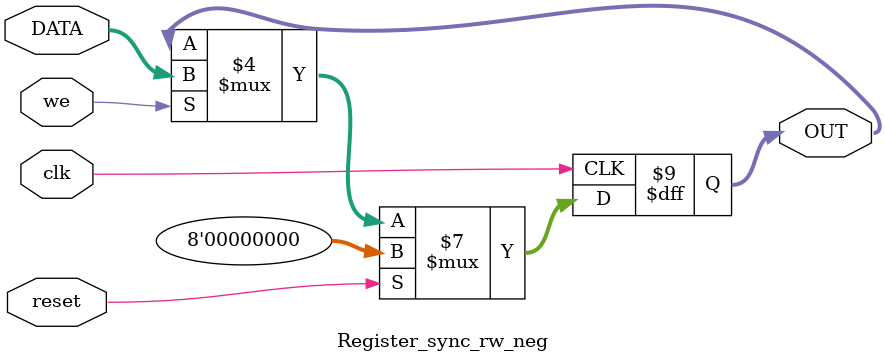
<source format=v>
module Register_sync_rw_neg #(
     parameter WIDTH=8)
    (
	  input  clk, reset,we,
	  input	[WIDTH-1:0] DATA,
	  output reg [WIDTH-1:0] OUT
    );
	 
always@(negedge clk) begin
	if (reset == 1'b1)
		OUT<={WIDTH{1'b0}};
	else if(we==1'b1)	
		OUT<=DATA;
end
	 
endmodule	 
</source>
